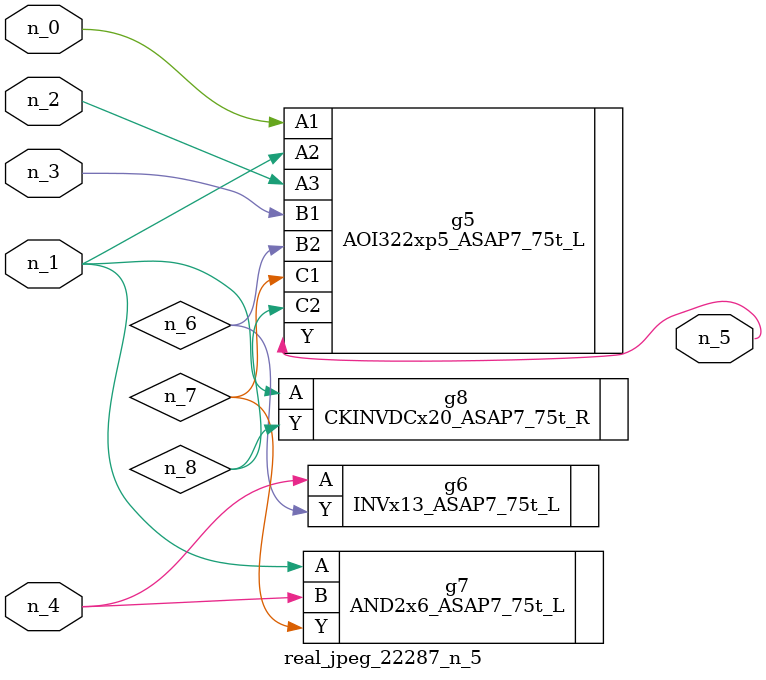
<source format=v>
module real_jpeg_22287_n_5 (n_4, n_0, n_1, n_2, n_3, n_5);

input n_4;
input n_0;
input n_1;
input n_2;
input n_3;

output n_5;

wire n_8;
wire n_6;
wire n_7;

AOI322xp5_ASAP7_75t_L g5 ( 
.A1(n_0),
.A2(n_1),
.A3(n_2),
.B1(n_3),
.B2(n_6),
.C1(n_7),
.C2(n_8),
.Y(n_5)
);

AND2x6_ASAP7_75t_L g7 ( 
.A(n_1),
.B(n_4),
.Y(n_7)
);

CKINVDCx20_ASAP7_75t_R g8 ( 
.A(n_1),
.Y(n_8)
);

INVx13_ASAP7_75t_L g6 ( 
.A(n_4),
.Y(n_6)
);


endmodule
</source>
